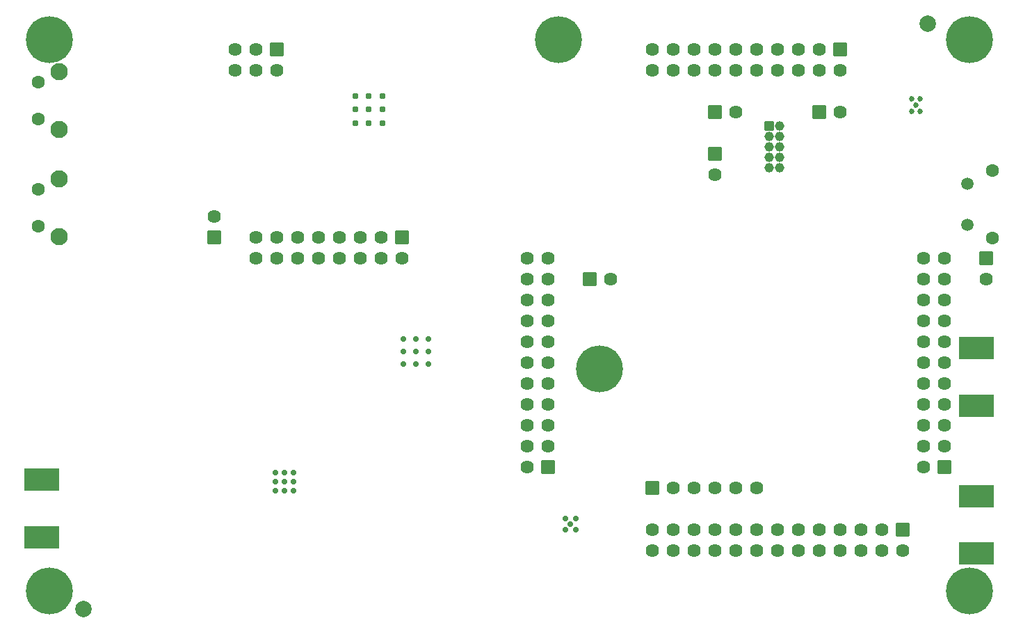
<source format=gbs>
%TF.GenerationSoftware,KiCad,Pcbnew,7.0.10-7.0.10~ubuntu23.04.1*%
%TF.CreationDate,2024-02-22T19:52:03-05:00*%
%TF.ProjectId,hackrf-one,6861636b-7266-42d6-9f6e-652e6b696361,10*%
%TF.SameCoordinates,Original*%
%TF.FileFunction,Soldermask,Bot*%
%TF.FilePolarity,Negative*%
%FSLAX46Y46*%
G04 Gerber Fmt 4.6, Leading zero omitted, Abs format (unit mm)*
G04 Created by KiCad (PCBNEW 7.0.10-7.0.10~ubuntu23.04.1) date 2024-02-22 19:52:03*
%MOMM*%
%LPD*%
G01*
G04 APERTURE LIST*
G04 Aperture macros list*
%AMRoundRect*
0 Rectangle with rounded corners*
0 $1 Rounding radius*
0 $2 $3 $4 $5 $6 $7 $8 $9 X,Y pos of 4 corners*
0 Add a 4 corners polygon primitive as box body*
4,1,4,$2,$3,$4,$5,$6,$7,$8,$9,$2,$3,0*
0 Add four circle primitives for the rounded corners*
1,1,$1+$1,$2,$3*
1,1,$1+$1,$4,$5*
1,1,$1+$1,$6,$7*
1,1,$1+$1,$8,$9*
0 Add four rect primitives between the rounded corners*
20,1,$1+$1,$2,$3,$4,$5,0*
20,1,$1+$1,$4,$5,$6,$7,0*
20,1,$1+$1,$6,$7,$8,$9,0*
20,1,$1+$1,$8,$9,$2,$3,0*%
G04 Aperture macros list end*
%ADD10C,2.000000*%
%ADD11C,1.600000*%
%ADD12C,1.500000*%
%ADD13C,0.700000*%
%ADD14C,5.700000*%
%ADD15RoundRect,0.050000X2.095000X1.332500X-2.095000X1.332500X-2.095000X-1.332500X2.095000X-1.332500X0*%
%ADD16RoundRect,0.050000X-0.762000X0.762000X-0.762000X-0.762000X0.762000X-0.762000X0.762000X0.762000X0*%
%ADD17C,1.624000*%
%ADD18RoundRect,0.050000X-2.095000X-1.332500X2.095000X-1.332500X2.095000X1.332500X-2.095000X1.332500X0*%
%ADD19RoundRect,0.050000X0.762000X0.762000X-0.762000X0.762000X-0.762000X-0.762000X0.762000X-0.762000X0*%
%ADD20RoundRect,0.050000X0.762000X-0.762000X0.762000X0.762000X-0.762000X0.762000X-0.762000X-0.762000X0*%
%ADD21RoundRect,0.050000X-0.762000X-0.762000X0.762000X-0.762000X0.762000X0.762000X-0.762000X0.762000X0*%
%ADD22RoundRect,0.050000X-0.533400X0.533400X-0.533400X-0.533400X0.533400X-0.533400X0.533400X0.533400X0*%
%ADD23C,1.166800*%
%ADD24C,2.100000*%
%ADD25C,0.742240*%
%ADD26C,0.736600*%
%ADD27C,0.777240*%
%ADD28C,0.685000*%
G04 APERTURE END LIST*
D10*
%TO.C,FID1*%
X171000000Y-102000000D03*
%TD*%
D11*
%TO.C,J1*%
X178800000Y-128125000D03*
D12*
X175770000Y-121510000D03*
X175770000Y-126490000D03*
D11*
X178800000Y-119875000D03*
%TD*%
D13*
%TO.C,J4*%
X61800000Y-104000000D03*
D14*
X64000000Y-104000000D03*
D13*
X62450000Y-105550000D03*
X64000000Y-106200000D03*
X64000000Y-101800000D03*
X62450000Y-102450000D03*
X65550000Y-105550000D03*
X65550000Y-102450000D03*
X66200000Y-104000000D03*
%TD*%
%TO.C,J5*%
X61800000Y-171000000D03*
X62450000Y-172550000D03*
X65550000Y-172550000D03*
X65550000Y-169450000D03*
X64000000Y-173200000D03*
X66200000Y-171000000D03*
X64000000Y-168800000D03*
X62450000Y-169450000D03*
D14*
X64000000Y-171000000D03*
%TD*%
D13*
%TO.C,J6*%
X174450000Y-169450000D03*
X176000000Y-173200000D03*
X176000000Y-168800000D03*
X173800000Y-171000000D03*
D14*
X176000000Y-171000000D03*
D13*
X177550000Y-169450000D03*
X174450000Y-172550000D03*
X177550000Y-172550000D03*
X178200000Y-171000000D03*
%TD*%
%TO.C,J7*%
X177550000Y-102450000D03*
X176000000Y-106200000D03*
X173800000Y-104000000D03*
X174450000Y-105550000D03*
X177550000Y-105550000D03*
X176000000Y-101800000D03*
X178200000Y-104000000D03*
X174450000Y-102450000D03*
D14*
X176000000Y-104000000D03*
%TD*%
D13*
%TO.C,J8*%
X126000000Y-101800000D03*
X127550000Y-102450000D03*
X126000000Y-106200000D03*
X128200000Y-104000000D03*
X127550000Y-105550000D03*
D14*
X126000000Y-104000000D03*
D13*
X124450000Y-105550000D03*
X124450000Y-102450000D03*
X123800000Y-104000000D03*
%TD*%
%TO.C,J9*%
X131000000Y-146200000D03*
X131000000Y-141800000D03*
X132550000Y-145550000D03*
X132550000Y-142450000D03*
D14*
X131000000Y-144000000D03*
D13*
X128800000Y-144000000D03*
X129450000Y-142450000D03*
X133200000Y-144000000D03*
X129450000Y-145550000D03*
%TD*%
D15*
%TO.C,P2*%
X176875000Y-148492500D03*
X176875000Y-141507500D03*
%TD*%
D16*
%TO.C,P3*%
X145090000Y-117850000D03*
D17*
X145090000Y-120390000D03*
%TD*%
D18*
%TO.C,P4*%
X63125000Y-157507500D03*
X63125000Y-164492500D03*
%TD*%
D19*
%TO.C,P5*%
X91750000Y-105150000D03*
D17*
X91750000Y-107690000D03*
X89210000Y-105150000D03*
X89210000Y-107690000D03*
X86670000Y-105150000D03*
X86670000Y-107690000D03*
%TD*%
D19*
%TO.C,P9*%
X106990000Y-128010000D03*
D17*
X106990000Y-130550000D03*
X104450000Y-128010000D03*
X104450000Y-130550000D03*
X101910000Y-128010000D03*
X101910000Y-130550000D03*
X99370000Y-128010000D03*
X99370000Y-130550000D03*
X96830000Y-128010000D03*
X96830000Y-130550000D03*
X94290000Y-128010000D03*
X94290000Y-130550000D03*
X91750000Y-128010000D03*
X91750000Y-130550000D03*
X89210000Y-128010000D03*
X89210000Y-130550000D03*
%TD*%
D15*
%TO.C,P16*%
X176875000Y-159507500D03*
X176875000Y-166492500D03*
%TD*%
D20*
%TO.C,P20*%
X173030000Y-155950000D03*
D17*
X170490000Y-155950000D03*
X173030000Y-153410000D03*
X170490000Y-153410000D03*
X173030000Y-150870000D03*
X170490000Y-150870000D03*
X173030000Y-148330000D03*
X170490000Y-148330000D03*
X173030000Y-145790000D03*
X170490000Y-145790000D03*
X173030000Y-143250000D03*
X170490000Y-143250000D03*
X173030000Y-140710000D03*
X170490000Y-140710000D03*
X173030000Y-138170000D03*
X170490000Y-138170000D03*
X173030000Y-135630000D03*
X170490000Y-135630000D03*
X173030000Y-133090000D03*
X170490000Y-133090000D03*
X173030000Y-130550000D03*
X170490000Y-130550000D03*
%TD*%
D19*
%TO.C,P22*%
X167950000Y-163570000D03*
D17*
X167950000Y-166110000D03*
X165410000Y-163570000D03*
X165410000Y-166110000D03*
X162870000Y-163570000D03*
X162870000Y-166110000D03*
X160330000Y-163570000D03*
X160330000Y-166110000D03*
X157790000Y-163570000D03*
X157790000Y-166110000D03*
X155250000Y-163570000D03*
X155250000Y-166110000D03*
X152710000Y-163570000D03*
X152710000Y-166110000D03*
X150170000Y-163570000D03*
X150170000Y-166110000D03*
X147630000Y-163570000D03*
X147630000Y-166110000D03*
X145090000Y-163570000D03*
X145090000Y-166110000D03*
X142550000Y-163570000D03*
X142550000Y-166110000D03*
X140010000Y-163570000D03*
X140010000Y-166110000D03*
X137470000Y-163570000D03*
X137470000Y-166110000D03*
%TD*%
D21*
%TO.C,P25*%
X137470000Y-158490000D03*
D17*
X140010000Y-158490000D03*
X142550000Y-158490000D03*
X145090000Y-158490000D03*
X147630000Y-158490000D03*
X150170000Y-158490000D03*
%TD*%
D22*
%TO.C,P26*%
X151662600Y-114466600D03*
D23*
X152932600Y-114466600D03*
X151662600Y-115736600D03*
X152932600Y-115736600D03*
X151662600Y-117006600D03*
X152932600Y-117006600D03*
X151662600Y-118276600D03*
X152932600Y-118276600D03*
X151662600Y-119546600D03*
X152932600Y-119546600D03*
%TD*%
D20*
%TO.C,P28*%
X124770000Y-155950000D03*
D17*
X122230000Y-155950000D03*
X124770000Y-153410000D03*
X122230000Y-153410000D03*
X124770000Y-150870000D03*
X122230000Y-150870000D03*
X124770000Y-148330000D03*
X122230000Y-148330000D03*
X124770000Y-145790000D03*
X122230000Y-145790000D03*
X124770000Y-143250000D03*
X122230000Y-143250000D03*
X124770000Y-140710000D03*
X122230000Y-140710000D03*
X124770000Y-138170000D03*
X122230000Y-138170000D03*
X124770000Y-135630000D03*
X122230000Y-135630000D03*
X124770000Y-133090000D03*
X122230000Y-133090000D03*
X124770000Y-130550000D03*
X122230000Y-130550000D03*
%TD*%
D21*
%TO.C,P29*%
X129850000Y-133090000D03*
D17*
X132390000Y-133090000D03*
%TD*%
D19*
%TO.C,P30*%
X160330000Y-105150000D03*
D17*
X160330000Y-107690000D03*
X157790000Y-105150000D03*
X157790000Y-107690000D03*
X155250000Y-105150000D03*
X155250000Y-107690000D03*
X152710000Y-105150000D03*
X152710000Y-107690000D03*
X150170000Y-105150000D03*
X150170000Y-107690000D03*
X147630000Y-105150000D03*
X147630000Y-107690000D03*
X145090000Y-105150000D03*
X145090000Y-107690000D03*
X142550000Y-105150000D03*
X142550000Y-107690000D03*
X140010000Y-105150000D03*
X140010000Y-107690000D03*
X137470000Y-105150000D03*
X137470000Y-107690000D03*
%TD*%
D16*
%TO.C,P80*%
X178110000Y-130550000D03*
D17*
X178110000Y-133090000D03*
%TD*%
D24*
%TO.C,SW1*%
X65190000Y-120895000D03*
X65190000Y-127905000D03*
D11*
X62700000Y-122150000D03*
X62700000Y-126650000D03*
%TD*%
D24*
%TO.C,SW2*%
X65190000Y-107895000D03*
X65190000Y-114905000D03*
D11*
X62700000Y-109150000D03*
X62700000Y-113650000D03*
%TD*%
D25*
%TO.C,U4*%
X93720400Y-158863600D03*
X92620400Y-157763600D03*
X91520400Y-157763600D03*
X91520400Y-158863600D03*
X93720400Y-157763600D03*
X92620400Y-158863600D03*
X91520400Y-156663600D03*
X93720400Y-156663600D03*
X92620400Y-156663600D03*
%TD*%
D26*
%TO.C,U17*%
X107148500Y-143397100D03*
X107148500Y-141897100D03*
X108648500Y-143397100D03*
X108648500Y-141897100D03*
X110148500Y-140397100D03*
X108648500Y-140397100D03*
X110148500Y-141897100D03*
X110148500Y-143397100D03*
X107148500Y-140397100D03*
%TD*%
D27*
%TO.C,U18*%
X102895400Y-114111800D03*
X104545400Y-114111800D03*
X101245400Y-112461800D03*
X101245400Y-114111800D03*
X101245400Y-110811800D03*
X104545400Y-112461800D03*
X102895400Y-112461800D03*
X102895400Y-110811800D03*
X104545400Y-110811800D03*
%TD*%
D25*
%TO.C,U19*%
X126809200Y-163586000D03*
X128129200Y-163586000D03*
X127469200Y-162926000D03*
X126809200Y-162266000D03*
X128129200Y-162266000D03*
%TD*%
D28*
%TO.C,U21*%
X170030000Y-111201200D03*
X170030000Y-112701200D03*
X169030000Y-112701200D03*
X169030000Y-111201200D03*
X169530000Y-111951200D03*
%TD*%
D21*
%TO.C,NT1*%
X145090000Y-112770000D03*
D17*
X147630000Y-112770000D03*
%TD*%
D21*
%TO.C,NT2*%
X157790000Y-112770000D03*
D17*
X160330000Y-112770000D03*
%TD*%
D20*
%TO.C,NT3*%
X84130000Y-128010000D03*
D17*
X84130000Y-125470000D03*
%TD*%
D10*
%TO.C,FID2*%
X68200000Y-173200000D03*
%TD*%
M02*

</source>
